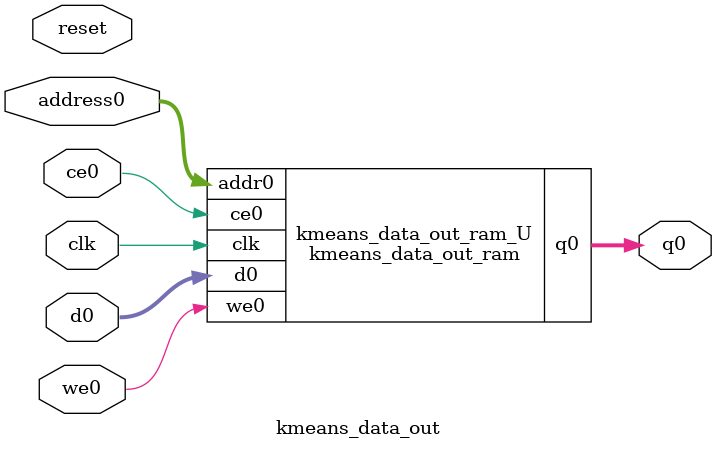
<source format=v>
`timescale 1 ns / 1 ps
module kmeans_data_out_ram (addr0, ce0, d0, we0, q0,  clk);

parameter DWIDTH = 16;
parameter AWIDTH = 23;
parameter MEM_SIZE = 8388608;

input[AWIDTH-1:0] addr0;
input ce0;
input[DWIDTH-1:0] d0;
input we0;
output wire[DWIDTH-1:0] q0;
input clk;

(* ram_style = "block" *)reg [DWIDTH-1:0] ram[0:MEM_SIZE-1];
wire [AWIDTH-1:0] addr0_t0; 
reg [AWIDTH-1:0] addr0_t1; 
wire [DWIDTH-1:0] d0_t0; 
wire we0_t0; 
reg [DWIDTH-1:0] d0_t1; 
reg we0_t1; 
reg [DWIDTH-1:0] q0_t0;
reg [DWIDTH-1:0] q0_t1;


assign addr0_t0 = addr0;
assign d0_t0 = d0;
assign we0_t0 = we0;
assign q0 = q0_t1;

always @(posedge clk)  
begin
    if (ce0) 
    begin
        addr0_t1 <= addr0_t0; 
        d0_t1 <= d0_t0;
        we0_t1 <= we0_t0;
        q0_t1 <= q0_t0;
    end
end


always @(posedge clk)  
begin 
    if (ce0) 
    begin
        if (we0_t1) 
        begin 
            ram[addr0_t1] <= d0_t1; 
        end 
        q0_t0 <= ram[addr0_t1];
    end
end


endmodule

`timescale 1 ns / 1 ps
module kmeans_data_out(
    reset,
    clk,
    address0,
    ce0,
    we0,
    d0,
    q0);

parameter DataWidth = 32'd16;
parameter AddressRange = 32'd8388608;
parameter AddressWidth = 32'd23;
input reset;
input clk;
input[AddressWidth - 1:0] address0;
input ce0;
input we0;
input[DataWidth - 1:0] d0;
output[DataWidth - 1:0] q0;



kmeans_data_out_ram kmeans_data_out_ram_U(
    .clk( clk ),
    .addr0( address0 ),
    .ce0( ce0 ),
    .we0( we0 ),
    .d0( d0 ),
    .q0( q0 ));

endmodule


</source>
